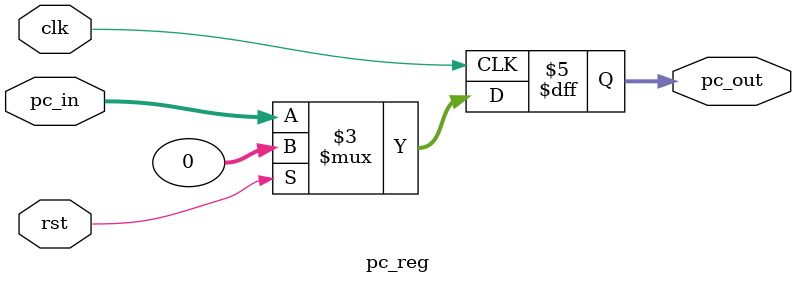
<source format=sv>
module pc_reg (
    // Inputs
    input  logic         clk,
    input  logic         rst,
    input  logic [31:0]  pc_in,

    // Output
    output logic [31:0]  pc_out
);

    always_ff @(posedge clk) begin
        if (rst) begin
            pc_out <= 32'h00000000;
        end 
	else begin
            pc_out <= pc_in;
        end
    end

endmodule
</source>
